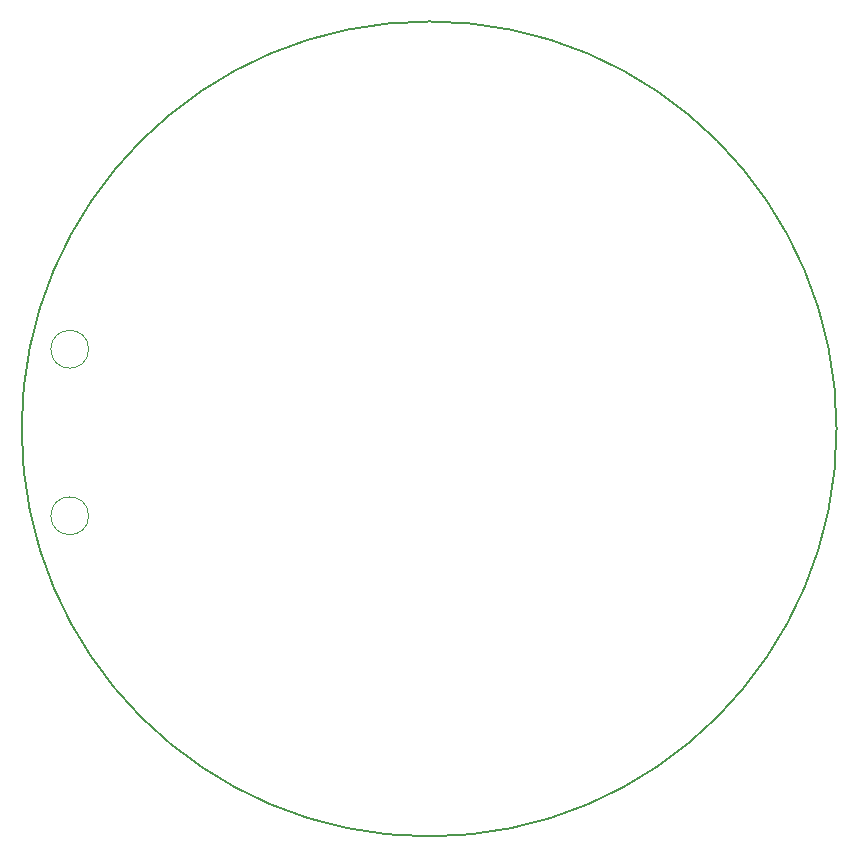
<source format=gbr>
%TF.GenerationSoftware,KiCad,Pcbnew,9.0.6*%
%TF.CreationDate,2025-11-28T23:16:45+01:00*%
%TF.ProjectId,Ruderlage,52756465-726c-4616-9765-2e6b69636164,rev?*%
%TF.SameCoordinates,Original*%
%TF.FileFunction,Profile,NP*%
%FSLAX46Y46*%
G04 Gerber Fmt 4.6, Leading zero omitted, Abs format (unit mm)*
G04 Created by KiCad (PCBNEW 9.0.6) date 2025-11-28 23:16:45*
%MOMM*%
%LPD*%
G01*
G04 APERTURE LIST*
%TA.AperFunction,Profile*%
%ADD10C,0.200000*%
%TD*%
%TA.AperFunction,Profile*%
%ADD11C,0.050000*%
%TD*%
G04 APERTURE END LIST*
D10*
X34413269Y-644350D02*
G75*
G02*
X-34586731Y-644350I-34500000J0D01*
G01*
X-34586731Y-644350D02*
G75*
G02*
X34413269Y-644350I34500000J0D01*
G01*
D11*
%TO.C,Z1*%
X-28916000Y6100000D02*
G75*
G02*
X-32116000Y6100000I-1600000J0D01*
G01*
X-32116000Y6100000D02*
G75*
G02*
X-28916000Y6100000I1600000J0D01*
G01*
X-28916000Y-8000000D02*
G75*
G02*
X-32116000Y-8000000I-1600000J0D01*
G01*
X-32116000Y-8000000D02*
G75*
G02*
X-28916000Y-8000000I1600000J0D01*
G01*
%TD*%
M02*

</source>
